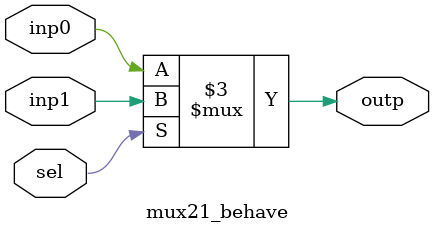
<source format=v>
/*
    model the 2:1 MUX with behavioral
*/

module mux21_behave (outp, inp0, inp1, sel);

    output reg outp;
    input wire inp0;
    input wire inp1;
    input wire sel;
    
    always @ (inp0 or inp1 or sel)
        begin
            if (sel)
                outp = inp1;
            else
                outp = inp0; 
        end

endmodule

////////~~~~~~~~END>  mux21_behave.v

</source>
